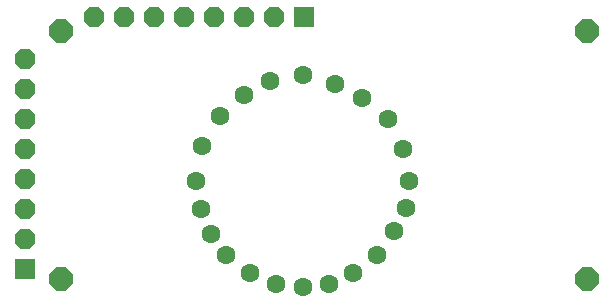
<source format=gbr>
%TF.GenerationSoftware,KiCad,Pcbnew,(6.0.6-0)*%
%TF.CreationDate,2022-07-18T23:30:02+08:00*%
%TF.ProjectId,VFD,5646442e-6b69-4636-9164-5f7063625858,rev?*%
%TF.SameCoordinates,Original*%
%TF.FileFunction,Soldermask,Top*%
%TF.FilePolarity,Negative*%
%FSLAX46Y46*%
G04 Gerber Fmt 4.6, Leading zero omitted, Abs format (unit mm)*
G04 Created by KiCad (PCBNEW (6.0.6-0)) date 2022-07-18 23:30:02*
%MOMM*%
%LPD*%
G01*
G04 APERTURE LIST*
G04 Aperture macros list*
%AMFreePoly0*
4,1,13,0.835355,0.835355,0.850000,0.800000,0.850000,-0.800000,0.835355,-0.835355,0.800000,-0.850000,-0.800000,-0.850000,-0.835355,-0.835355,-0.850000,-0.800000,-0.850000,0.800000,-0.835355,0.835355,-0.800000,0.850000,0.800000,0.850000,0.835355,0.835355,0.835355,0.835355,$1*%
%AMFreePoly1*
4,1,17,0.366726,0.835355,0.835355,0.366726,0.850000,0.331371,0.850000,-0.331371,0.835355,-0.366727,0.366726,-0.835355,0.331371,-0.850000,-0.331371,-0.850000,-0.366727,-0.835355,-0.835355,-0.366726,-0.850000,-0.331371,-0.850000,0.331371,-0.835355,0.366726,-0.366727,0.835355,-0.331371,0.850000,0.331371,0.850000,0.366726,0.835355,0.366726,0.835355,$1*%
%AMFreePoly2*
4,1,17,0.428858,0.985355,0.985356,0.428858,1.000000,0.393503,1.000000,-0.393503,0.985356,-0.428858,0.428858,-0.985355,0.393503,-1.000000,-0.393503,-1.000000,-0.428858,-0.985356,-0.985355,-0.428858,-1.000000,-0.393503,-1.000000,0.393503,-0.985355,0.428858,-0.428858,0.985356,-0.393503,1.000000,0.393503,1.000000,0.428858,0.985355,0.428858,0.985355,$1*%
G04 Aperture macros list end*
%ADD10C,1.600000*%
%ADD11FreePoly0,180.000000*%
%ADD12FreePoly1,180.000000*%
%ADD13FreePoly0,90.000000*%
%ADD14FreePoly1,90.000000*%
%ADD15FreePoly2,90.000000*%
G04 APERTURE END LIST*
D10*
%TO.C,U3*%
X121048000Y-89027000D03*
X121448000Y-91427000D03*
X122298000Y-93527000D03*
X123548000Y-95277000D03*
X125548000Y-96777000D03*
X127798000Y-97777000D03*
X130048000Y-98027000D03*
X132298000Y-97777000D03*
X134298000Y-96777000D03*
X136298000Y-95277000D03*
X137798000Y-93277000D03*
X138798000Y-91277000D03*
X139048000Y-89027000D03*
X138548000Y-86277000D03*
X137298000Y-83777000D03*
X135048000Y-82027000D03*
X132798000Y-80777000D03*
X130048000Y-80027000D03*
X127298000Y-80527000D03*
X125048000Y-81777000D03*
X123048000Y-83527000D03*
X121548000Y-86027000D03*
%TD*%
D11*
%TO.C,J2*%
X106500000Y-96500000D03*
D12*
X106500000Y-93960000D03*
X106500000Y-91420000D03*
X106500000Y-88880000D03*
X106500000Y-86340000D03*
X106500000Y-83800000D03*
X106500000Y-81260000D03*
X106500000Y-78720000D03*
%TD*%
D13*
%TO.C,J1*%
X130125000Y-75125000D03*
D14*
X127585000Y-75125000D03*
X125045000Y-75125000D03*
X122505000Y-75125000D03*
X119965000Y-75125000D03*
X117425000Y-75125000D03*
X114885000Y-75125000D03*
X112345000Y-75125000D03*
%TD*%
D15*
%TO.C,U1*%
X109587500Y-97325000D03*
X109587500Y-76325000D03*
X154087500Y-76325000D03*
X154087500Y-97325000D03*
%TD*%
M02*

</source>
